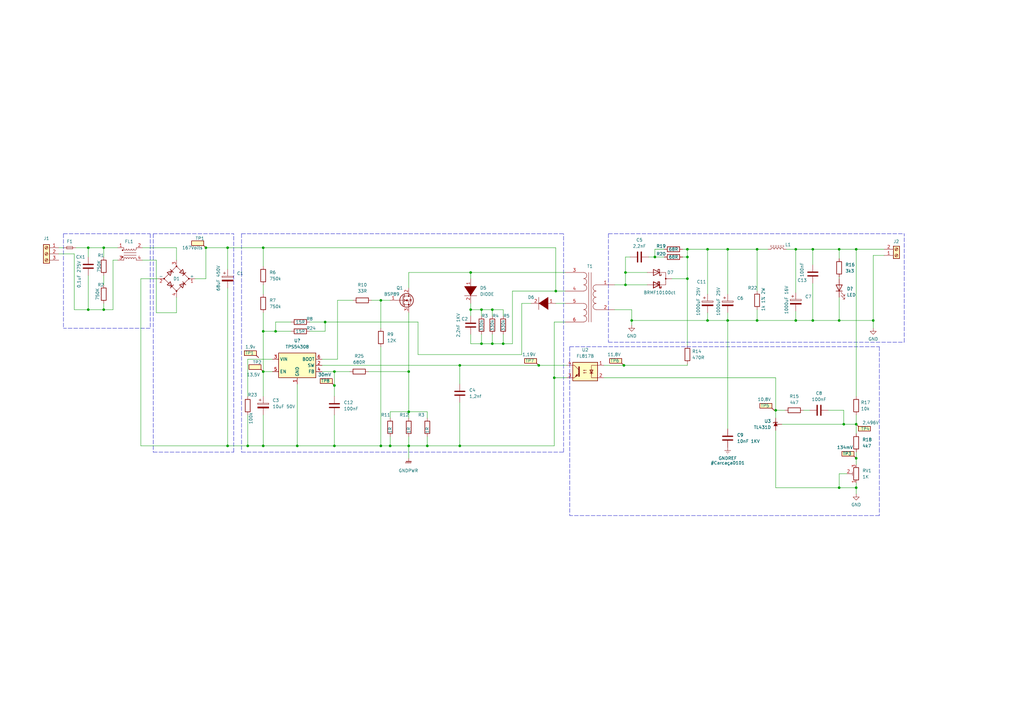
<source format=kicad_sch>
(kicad_sch (version 20211123) (generator eeschema)
  (paper "A3")
  (lib_symbols
    (symbol "Connector:Screw_Terminal_01x02" (pin_names (offset 1.016) hide)
      (property "Reference" "J" (at 0 2.54 0))
      (property "Value" "Screw_Terminal_01x02" (at 0 -5.08 0))
      (symbol "Screw_Terminal_01x02_1_1"
        (rectangle (start -1.27 1.27) (end 1.27 -3.81) (stroke (width 0.254)) (fill (type background)))
        (circle (center 0 -2.54) (radius 0.635) (stroke (width 0.1524)))
        (polyline (pts (xy -0.5334 -2.2098) (xy 0.3302 -3.048)) (stroke (width 0.1524)))
        (polyline (pts (xy -0.5334 0.3302) (xy 0.3302 -0.508)) (stroke (width 0.1524)))
        (polyline (pts (xy -0.3556 -2.032) (xy 0.508 -2.8702)) (stroke (width 0.1524)))
        (polyline (pts (xy -0.3556 0.508) (xy 0.508 -0.3302)) (stroke (width 0.1524)))
        (circle (center 0 0) (radius 0.635) (stroke (width 0.1524)))
        (pin passive line (at -5.08 0 0) (length 3.81) (name "Pin_1") (number "1"))
        (pin passive line (at -5.08 -2.54 0) (length 3.81) (name "Pin_2") (number "2"))
      )
    )
    (symbol "Connector:Screw_Terminal_01x03" (pin_names (offset 1.016) hide)
      (property "Reference" "J" (at 0 5.08 0))
      (property "Value" "Screw_Terminal_01x03" (at 0 -5.08 0))
      (symbol "Screw_Terminal_01x03_1_1"
        (rectangle (start -1.27 3.81) (end 1.27 -3.81) (stroke (width 0.254)) (fill (type background)))
        (circle (center 0 -2.54) (radius 0.635) (stroke (width 0.1524)))
        (polyline (pts (xy -0.5334 -2.2098) (xy 0.3302 -3.048)) (stroke (width 0.1524)))
        (polyline (pts (xy -0.5334 0.3302) (xy 0.3302 -0.508)) (stroke (width 0.1524)))
        (polyline (pts (xy -0.5334 2.8702) (xy 0.3302 2.032)) (stroke (width 0.1524)))
        (polyline (pts (xy -0.3556 -2.032) (xy 0.508 -2.8702)) (stroke (width 0.1524)))
        (polyline (pts (xy -0.3556 0.508) (xy 0.508 -0.3302)) (stroke (width 0.1524)))
        (polyline (pts (xy -0.3556 3.048) (xy 0.508 2.2098)) (stroke (width 0.1524)))
        (circle (center 0 0) (radius 0.635) (stroke (width 0.1524)))
        (circle (center 0 2.54) (radius 0.635) (stroke (width 0.1524)))
        (pin passive line (at -5.08 2.54 0) (length 3.81) (name "Pin_1") (number "1"))
        (pin passive line (at -5.08 0 0) (length 3.81) (name "Pin_2") (number "2"))
        (pin passive line (at -5.08 -2.54 0) (length 3.81) (name "Pin_3") (number "3"))
      )
    )
    (symbol "Connector:TestPoint_Flag" (pin_numbers hide) (pin_names (offset 0.762) hide)
      (property "Reference" "TP" (at 3.429 1.778 0))
      (property "Value" "TestPoint_Flag" (at 3.302 4.191 0))
      (symbol "TestPoint_Flag_0_1"
        (polyline (pts (xy 0 0) (xy 0.889 0.889)) (stroke (width 0.254)))
        (rectangle (start 0.889 2.794) (end 5.842 0.889) (stroke (width 0.254)) (fill (type background)))
      )
      (symbol "TestPoint_Flag_1_1"
        (pin passive line (at 0 0 90) (length 0) (name "1") (number "1"))
      )
    )
    (symbol "Device:C" (pin_numbers hide) (pin_names (offset 0.254))
      (property "Reference" "C" (at 0.635 2.54 0))
      (property "Value" "C" (at 0.635 -2.54 0))
      (symbol "C_0_1"
        (polyline (pts (xy -2.032 -0.762) (xy 2.032 -0.762)) (stroke (width 0.508)))
        (polyline (pts (xy -2.032 0.762) (xy 2.032 0.762)) (stroke (width 0.508)))
      )
      (symbol "C_1_1"
        (pin passive line (at 0 3.81 270) (length 2.794) (name "~") (number "1"))
        (pin passive line (at 0 -3.81 90) (length 2.794) (name "~") (number "2"))
      )
    )
    (symbol "Device:C_Polarized" (pin_numbers hide) (pin_names (offset 0.254))
      (property "Reference" "C" (at 0.635 2.54 0))
      (property "Value" "C_Polarized" (at 0.635 -2.54 0))
      (symbol "C_Polarized_0_1"
        (rectangle (start -2.286 0.508) (end 2.286 1.016))
        (polyline (pts (xy -1.778 2.286) (xy -0.762 2.286)))
        (polyline (pts (xy -1.27 2.794) (xy -1.27 1.778)))
        (rectangle (start 2.286 -0.508) (end -2.286 -1.016) (fill (type outline)))
      )
      (symbol "C_Polarized_1_1"
        (pin passive line (at 0 3.81 270) (length 2.794) (name "~") (number "1"))
        (pin passive line (at 0 -3.81 90) (length 2.794) (name "~") (number "2"))
      )
    )
    (symbol "Device:D_Bridge_+-AA" (pin_names (offset 0))
      (property "Reference" "D" (at 2.54 6.985 0))
      (property "Value" "D_Bridge_+-AA" (at 2.54 5.08 0))
      (symbol "D_Bridge_+-AA_0_1"
        (circle (center -5.08 0) (radius 0.254) (fill (type outline)))
        (circle (center 0 -5.08) (radius 0.254) (fill (type outline)))
        (polyline (pts (xy -2.54 3.81) (xy -1.27 2.54)) (stroke (width 0.254)))
        (polyline (pts (xy -1.27 -2.54) (xy -2.54 -3.81)) (stroke (width 0.254)))
        (polyline (pts (xy 2.54 -1.27) (xy 3.81 -2.54)) (stroke (width 0.254)))
        (polyline (pts (xy 2.54 1.27) (xy 3.81 2.54)) (stroke (width 0.254)))
        (polyline (pts (xy -3.81 2.54) (xy -2.54 1.27) (xy -1.905 3.175) (xy -3.81 2.54)) (stroke (width 0.254)))
        (polyline (pts (xy -2.54 -1.27) (xy -3.81 -2.54) (xy -1.905 -3.175) (xy -2.54 -1.27)) (stroke (width 0.254)))
        (polyline (pts (xy 1.27 2.54) (xy 2.54 3.81) (xy 3.175 1.905) (xy 1.27 2.54)) (stroke (width 0.254)))
        (polyline (pts (xy 3.175 -1.905) (xy 1.27 -2.54) (xy 2.54 -3.81) (xy 3.175 -1.905)) (stroke (width 0.254)))
        (polyline (pts (xy -5.08 0) (xy 0 -5.08) (xy 5.08 0) (xy 0 5.08) (xy -5.08 0)))
        (circle (center 0 5.08) (radius 0.254) (fill (type outline)))
        (circle (center 5.08 0) (radius 0.254) (fill (type outline)))
      )
      (symbol "D_Bridge_+-AA_1_1"
        (pin passive line (at 7.62 0 180) (length 2.54) (name "+") (number "1"))
        (pin passive line (at -7.62 0 0) (length 2.54) (name "-") (number "2"))
        (pin passive line (at 0 7.62 270) (length 2.54) (name "~") (number "3"))
        (pin passive line (at 0 -7.62 90) (length 2.54) (name "~") (number "4"))
      )
    )
    (symbol "Device:Fuse_Small" (pin_numbers hide) (pin_names (offset 0.254) hide)
      (property "Reference" "F" (at 0 -1.524 0))
      (property "Value" "Fuse_Small" (at 0 1.524 0))
      (symbol "Fuse_Small_0_1"
        (rectangle (start -1.27 0.508) (end 1.27 -0.508))
        (polyline (pts (xy -1.27 0) (xy 1.27 0)))
      )
      (symbol "Fuse_Small_1_1"
        (pin passive line (at -2.54 0 0) (length 1.27) (name "~") (number "1"))
        (pin passive line (at 2.54 0 180) (length 1.27) (name "~") (number "2"))
      )
    )
    (symbol "Device:LED" (pin_numbers hide) (pin_names (offset 1.016) hide)
      (property "Reference" "D" (at 0 2.54 0))
      (property "Value" "LED" (at 0 -2.54 0))
      (symbol "LED_0_1"
        (polyline (pts (xy -1.27 -1.27) (xy -1.27 1.27)) (stroke (width 0.254)))
        (polyline (pts (xy -1.27 0) (xy 1.27 0)))
        (polyline (pts (xy 1.27 -1.27) (xy 1.27 1.27) (xy -1.27 0) (xy 1.27 -1.27)) (stroke (width 0.254)))
        (polyline (pts (xy -3.048 -0.762) (xy -4.572 -2.286) (xy -3.81 -2.286) (xy -4.572 -2.286) (xy -4.572 -1.524)))
        (polyline (pts (xy -1.778 -0.762) (xy -3.302 -2.286) (xy -2.54 -2.286) (xy -3.302 -2.286) (xy -3.302 -1.524)))
      )
      (symbol "LED_1_1"
        (pin passive line (at -3.81 0 0) (length 2.54) (name "K") (number "1"))
        (pin passive line (at 3.81 0 180) (length 2.54) (name "A") (number "2"))
      )
    )
    (symbol "Device:L_Ferrite" (pin_numbers hide) (pin_names (offset 1.016) hide)
      (property "Reference" "L" (at -1.27 0 90))
      (property "Value" "L_Ferrite" (at 2.794 0 90))
      (symbol "L_Ferrite_0_1"
        (arc (start 0 -2.54) (mid 0.635 -1.905) (end 0 -1.27))
        (arc (start 0 -1.27) (mid 0.635 -0.635) (end 0 0))
        (polyline (pts (xy 1.016 -2.794) (xy 1.016 -2.286)))
        (polyline (pts (xy 1.016 -1.778) (xy 1.016 -1.27)))
        (polyline (pts (xy 1.016 -0.762) (xy 1.016 -0.254)))
        (polyline (pts (xy 1.016 0.254) (xy 1.016 0.762)))
        (polyline (pts (xy 1.016 1.27) (xy 1.016 1.778)))
        (polyline (pts (xy 1.016 2.286) (xy 1.016 2.794)))
        (polyline (pts (xy 1.524 -2.286) (xy 1.524 -2.794)))
        (polyline (pts (xy 1.524 -1.27) (xy 1.524 -1.778)))
        (polyline (pts (xy 1.524 -0.254) (xy 1.524 -0.762)))
        (polyline (pts (xy 1.524 0.762) (xy 1.524 0.254)))
        (polyline (pts (xy 1.524 1.778) (xy 1.524 1.27)))
        (polyline (pts (xy 1.524 2.794) (xy 1.524 2.286)))
        (arc (start 0 0) (mid 0.635 0.635) (end 0 1.27))
        (arc (start 0 1.27) (mid 0.635 1.905) (end 0 2.54))
      )
      (symbol "L_Ferrite_1_1"
        (pin passive line (at 0 3.81 270) (length 1.27) (name "1") (number "1"))
        (pin passive line (at 0 -3.81 90) (length 1.27) (name "2") (number "2"))
      )
    )
    (symbol "Device:R" (pin_numbers hide) (pin_names (offset 0))
      (property "Reference" "R" (at 2.032 0 90))
      (property "Value" "R" (at 0 0 90))
      (symbol "R_0_1"
        (rectangle (start -1.016 -2.54) (end 1.016 2.54) (stroke (width 0.254)))
      )
      (symbol "R_1_1"
        (pin passive line (at 0 3.81 270) (length 1.27) (name "~") (number "1"))
        (pin passive line (at 0 -3.81 90) (length 1.27) (name "~") (number "2"))
      )
    )
    (symbol "Device:R_Potentiometer_Trim" (pin_names (offset 1.016) hide)
      (property "Reference" "RV" (at -4.445 0 90))
      (property "Value" "R_Potentiometer_Trim" (at -2.54 0 90))
      (symbol "R_Potentiometer_Trim_0_1"
        (polyline (pts (xy 1.524 0.762) (xy 1.524 -0.762)))
        (polyline (pts (xy 2.54 0) (xy 1.524 0)))
        (rectangle (start 1.016 2.54) (end -1.016 -2.54) (stroke (width 0.254)))
      )
      (symbol "R_Potentiometer_Trim_1_1"
        (pin passive line (at 0 3.81 270) (length 1.27) (name "1") (number "1"))
        (pin passive line (at 3.81 0 180) (length 1.27) (name "2") (number "2"))
        (pin passive line (at 0 -3.81 90) (length 1.27) (name "3") (number "3"))
      )
    )
    (symbol "Device:Transformer_1P_2S" (pin_names (offset 1.016) hide)
      (property "Reference" "T" (at 0 12.7 0))
      (property "Value" "Transformer_1P_2S" (at 0 -12.7 0))
      (symbol "Transformer_1P_2S_0_1"
        (arc (start -2.54 -5.0546) (mid -1.6561 -4.6863) (end -1.27 -3.81))
        (arc (start -2.54 -2.5146) (mid -1.6561 -2.1463) (end -1.27 -1.27))
        (arc (start -2.54 0.0254) (mid -1.6561 0.3937) (end -1.27 1.27))
        (arc (start -2.54 2.5654) (mid -1.6561 2.9337) (end -1.27 3.81))
        (arc (start -1.27 -3.81) (mid -1.642 -2.912) (end -2.54 -2.54))
        (arc (start -1.27 -1.27) (mid -1.642 -0.372) (end -2.54 0))
        (arc (start -1.27 1.27) (mid -1.642 2.168) (end -2.54 2.54))
        (arc (start -1.27 3.81) (mid -1.642 4.708) (end -2.54 5.08))
        (polyline (pts (xy -0.508 -10.16) (xy -0.508 10.16)))
        (polyline (pts (xy 0.508 10.16) (xy 0.508 -10.16)))
        (arc (start 1.2954 -8.89) (mid 1.6599 -9.7701) (end 2.54 -10.1346))
        (arc (start 1.2954 -6.35) (mid 1.6599 -7.2301) (end 2.54 -7.5946))
        (arc (start 1.2954 -3.81) (mid 1.6599 -4.6901) (end 2.54 -5.0546))
        (arc (start 1.2954 3.81) (mid 1.6599 2.9299) (end 2.54 2.5654))
        (arc (start 1.2954 6.35) (mid 1.6599 5.4699) (end 2.54 5.1054))
        (arc (start 1.2954 8.89) (mid 1.6599 8.0099) (end 2.54 7.6454))
        (arc (start 2.54 -7.62) (mid 1.6456 -7.9883) (end 1.2954 -8.89))
        (arc (start 2.54 -5.08) (mid 1.6456 -5.4483) (end 1.2954 -6.35))
        (arc (start 2.54 -2.54) (mid 1.6456 -2.9083) (end 1.2954 -3.81))
        (arc (start 2.54 5.08) (mid 1.6456 4.7117) (end 1.2954 3.81))
        (arc (start 2.54 7.62) (mid 1.6456 7.2517) (end 1.2954 6.35))
        (arc (start 2.54 10.16) (mid 1.6456 9.7917) (end 1.2954 8.89))
      )
      (symbol "Transformer_1P_2S_1_1"
        (pin passive line (at -10.16 5.08 0) (length 7.62) (name "AA") (number "1"))
        (pin passive line (at -10.16 -5.08 0) (length 7.62) (name "AB") (number "2"))
        (pin passive line (at 10.16 10.16 180) (length 7.62) (name "SA") (number "3"))
        (pin passive line (at 10.16 2.54 180) (length 7.62) (name "SB") (number "4"))
        (pin passive line (at 10.16 -2.54 180) (length 7.62) (name "SC") (number "5"))
        (pin passive line (at 10.16 -10.16 180) (length 7.62) (name "SD") (number "6"))
      )
    )
    (symbol "Diode:C4D10120D" (pin_numbers hide) (pin_names (offset 1.016) hide)
      (property "Reference" "D" (at 0 5.08 0))
      (property "Value" "C4D10120D" (at 0 -5.08 0))
      (symbol "C4D10120D_0_1"
        (polyline (pts (xy -2.54 -2.54) (xy 0 -2.54)))
        (polyline (pts (xy -2.54 -2.54) (xy 0 -2.54)))
        (polyline (pts (xy -2.54 2.54) (xy 0 2.54)))
        (polyline (pts (xy -2.54 -3.81) (xy -2.54 -1.27) (xy 0 -2.54) (xy -2.54 -3.81)) (stroke (width 0.254)))
        (polyline (pts (xy -2.54 -3.81) (xy -2.54 -1.27) (xy 0 -2.54) (xy -2.54 -3.81)) (stroke (width 0.254)))
        (polyline (pts (xy -2.54 1.27) (xy -2.54 3.81) (xy 0 2.54) (xy -2.54 1.27)) (stroke (width 0.254)))
        (polyline (pts (xy 0 2.54) (xy 2.54 2.54) (xy 2.54 -2.54) (xy 0 -2.54)))
        (polyline (pts (xy 0.635 -3.175) (xy 0.635 -3.81) (xy 0 -3.81) (xy 0 -1.27) (xy -0.635 -1.27) (xy -0.635 -1.905)) (stroke (width 0.254)))
        (polyline (pts (xy 0.635 -3.175) (xy 0.635 -3.81) (xy 0 -3.81) (xy 0 -1.27) (xy -0.635 -1.27) (xy -0.635 -1.905)) (stroke (width 0.254)))
        (polyline (pts (xy 0.635 1.905) (xy 0.635 1.27) (xy 0 1.27) (xy 0 3.81) (xy -0.635 3.81) (xy -0.635 3.175)) (stroke (width 0.254)))
        (circle (center 2.54 0) (radius 0.254) (fill (type outline)))
      )
      (symbol "C4D10120D_1_1"
        (pin passive line (at -5.08 2.54 0) (length 2.54) (name "A1") (number "1"))
        (pin passive line (at 5.08 0 180) (length 2.54) (name "K") (number "2"))
        (pin passive line (at -5.08 -2.54 0) (length 2.54) (name "A2") (number "3"))
      )
    )
    (symbol "Filter:Choke_Schaffner_RN102-0.6-02-4M4" (pin_names hide)
      (property "Reference" "FL" (at 0 5.08 0))
      (property "Value" "Choke_Schaffner_RN102-0.6-02-4M4" (at 0 -5.08 0))
      (symbol "Choke_Schaffner_RN102-0.6-02-4M4_1_1"
        (circle (center -3.048 -1.27) (radius 0.254) (fill (type outline)))
        (circle (center -3.048 1.524) (radius 0.254) (fill (type outline)))
        (arc (start -2.54 2.032) (mid -2.032 1.524) (end -1.524 2.032))
        (arc (start -1.524 -2.032) (mid -2.032 -1.524) (end -2.54 -2.032))
        (arc (start -1.524 2.032) (mid -1.016 1.524) (end -0.508 2.032))
        (arc (start -0.508 -2.032) (mid -1.016 -1.524) (end -1.524 -2.032))
        (arc (start -0.508 2.032) (mid 0 1.524) (end 0.508 2.032))
        (polyline (pts (xy -2.54 -2.032) (xy -2.54 -2.54)))
        (polyline (pts (xy -2.54 0.508) (xy 2.54 0.508)))
        (polyline (pts (xy -2.54 2.032) (xy -2.54 2.54)))
        (polyline (pts (xy 2.54 -2.032) (xy 2.54 -2.54)))
        (polyline (pts (xy 2.54 -0.508) (xy -2.54 -0.508)))
        (polyline (pts (xy 2.54 2.54) (xy 2.54 2.032)))
        (arc (start 0.508 -2.032) (mid 0 -1.524) (end -0.508 -2.032))
        (arc (start 0.508 2.032) (mid 1.016 1.524) (end 1.524 2.032))
        (arc (start 1.524 -2.032) (mid 1.016 -1.524) (end 0.508 -2.032))
        (arc (start 1.524 2.032) (mid 2.032 1.524) (end 2.54 2.032))
        (arc (start 2.54 -2.032) (mid 2.032 -1.524) (end 1.524 -2.032))
        (pin passive line (at -5.08 2.54 0) (length 2.54) (name "1") (number "1"))
        (pin passive line (at 5.08 2.54 180) (length 2.54) (name "2") (number "2"))
        (pin passive line (at -5.08 -2.54 0) (length 2.54) (name "3") (number "3"))
        (pin passive line (at 5.08 -2.54 180) (length 2.54) (name "4") (number "4"))
      )
    )
    (symbol "Isolator:SFH617A-1X001" (pin_names (offset 1.016))
      (property "Reference" "U" (at -5.08 5.08 0))
      (property "Value" "SFH617A-1X001" (at 0 5.08 0))
      (symbol "SFH617A-1X001_0_1"
        (rectangle (start -5.08 3.81) (end 5.08 -3.81) (stroke (width 0.254)) (fill (type background)))
        (polyline (pts (xy -3.175 -0.635) (xy -1.905 -0.635)) (stroke (width 0.254)))
        (polyline (pts (xy 2.54 0.635) (xy 4.445 2.54)))
        (polyline (pts (xy 4.445 -2.54) (xy 2.54 -0.635)) (fill (type outline)))
        (polyline (pts (xy 4.445 -2.54) (xy 5.08 -2.54)))
        (polyline (pts (xy 4.445 2.54) (xy 5.08 2.54)))
        (polyline (pts (xy -2.54 -0.635) (xy -2.54 -2.54) (xy -5.08 -2.54)))
        (polyline (pts (xy 2.54 1.905) (xy 2.54 -1.905) (xy 2.54 -1.905)) (stroke (width 0.508)))
        (polyline (pts (xy -5.08 2.54) (xy -2.54 2.54) (xy -2.54 -1.27) (xy -2.54 0.635)))
        (polyline (pts (xy -2.54 -0.635) (xy -3.175 0.635) (xy -1.905 0.635) (xy -2.54 -0.635)) (stroke (width 0.254)))
        (polyline (pts (xy -0.508 -0.508) (xy 0.762 -0.508) (xy 0.381 -0.635) (xy 0.381 -0.381) (xy 0.762 -0.508)))
        (polyline (pts (xy -0.508 0.508) (xy 0.762 0.508) (xy 0.381 0.381) (xy 0.381 0.635) (xy 0.762 0.508)))
        (polyline (pts (xy 3.048 -1.651) (xy 3.556 -1.143) (xy 4.064 -2.159) (xy 3.048 -1.651) (xy 3.048 -1.651)) (fill (type outline)))
      )
      (symbol "SFH617A-1X001_1_1"
        (pin passive line (at -7.62 2.54 0) (length 2.54) (name "~") (number "1"))
        (pin passive line (at -7.62 -2.54 0) (length 2.54) (name "~") (number "2"))
        (pin passive line (at 7.62 -2.54 180) (length 2.54) (name "~") (number "3"))
        (pin passive line (at 7.62 2.54 180) (length 2.54) (name "~") (number "4"))
      )
    )
    (symbol "Reference_Voltage:TL431D" (pin_numbers hide) (pin_names hide)
      (property "Reference" "U" (at 0 -2.54 0))
      (property "Value" "TL431D" (at 0 -4.445 0))
      (symbol "TL431D_0_1"
        (polyline (pts (xy -1.27 0) (xy 0 0) (xy 1.27 0)))
        (polyline (pts (xy -0.762 0.762) (xy 0.762 0) (xy -0.762 -0.762)) (fill (type outline)))
        (polyline (pts (xy 0.508 -1.016) (xy 0.762 -0.762) (xy 0.762 0.762) (xy 0.762 0.762)) (stroke (width 0.254)))
      )
      (symbol "TL431D_1_1"
        (polyline (pts (xy 0 1.27) (xy 0 0)))
        (pin passive line (at 2.54 0 180) (length 2.54) (name "K") (number "1"))
        (pin passive line (at -2.54 0 0) (length 2.54) (name "A") (number "2"))
        (pin passive line (at -2.54 0 0) (length 2.54) hide (name "A") (number "3"))
        (pin passive line (at -2.54 0 0) (length 2.54) hide (name "A") (number "6"))
        (pin passive line (at -2.54 0 0) (length 2.54) hide (name "A") (number "7"))
        (pin passive line (at 0 2.54 270) (length 2.54) (name "REF") (number "8"))
      )
    )
    (symbol "Regulator_Switching:TPS54308"
      (property "Reference" "U" (at -7.62 6.35 0))
      (property "Value" "TPS54308" (at 0 6.35 0))
      (symbol "TPS54308_0_1"
        (rectangle (start -7.62 5.08) (end 7.62 -5.08) (stroke (width 0.254)) (fill (type background)))
      )
      (symbol "TPS54308_1_1"
        (pin power_in line (at 0 -7.62 90) (length 2.54) (name "GND") (number "1"))
        (pin power_out line (at 10.16 0 180) (length 2.54) (name "SW") (number "2"))
        (pin power_in line (at -10.16 2.54 0) (length 2.54) (name "VIN") (number "3"))
        (pin input line (at 10.16 -2.54 180) (length 2.54) (name "FB") (number "4"))
        (pin input line (at -10.16 -2.54 0) (length 2.54) (name "EN") (number "5"))
        (pin passive line (at 10.16 2.54 180) (length 2.54) (name "BOOT") (number "6"))
      )
    )
    (symbol "Transistor_FET:BSP89" (pin_names hide)
      (property "Reference" "Q" (at 5.08 1.905 0))
      (property "Value" "BSP89" (at 5.08 0 0))
      (symbol "BSP89_0_1"
        (polyline (pts (xy 0.254 0) (xy -2.54 0)))
        (polyline (pts (xy 0.254 1.905) (xy 0.254 -1.905)) (stroke (width 0.254)))
        (polyline (pts (xy 0.762 -1.27) (xy 0.762 -2.286)) (stroke (width 0.254)))
        (polyline (pts (xy 0.762 0.508) (xy 0.762 -0.508)) (stroke (width 0.254)))
        (polyline (pts (xy 0.762 2.286) (xy 0.762 1.27)) (stroke (width 0.254)))
        (polyline (pts (xy 2.54 2.54) (xy 2.54 1.778)))
        (polyline (pts (xy 2.54 -2.54) (xy 2.54 0) (xy 0.762 0)))
        (polyline (pts (xy 0.762 -1.778) (xy 3.302 -1.778) (xy 3.302 1.778) (xy 0.762 1.778)))
        (polyline (pts (xy 1.016 0) (xy 2.032 0.381) (xy 2.032 -0.381) (xy 1.016 0)) (fill (type outline)))
        (polyline (pts (xy 2.794 0.508) (xy 2.921 0.381) (xy 3.683 0.381) (xy 3.81 0.254)))
        (polyline (pts (xy 3.302 0.381) (xy 2.921 -0.254) (xy 3.683 -0.254) (xy 3.302 0.381)))
        (circle (center 1.651 0) (radius 2.794) (stroke (width 0.254)))
        (circle (center 2.54 -1.778) (radius 0.254) (fill (type outline)))
        (circle (center 2.54 1.778) (radius 0.254) (fill (type outline)))
      )
      (symbol "BSP89_1_1"
        (pin input line (at -5.08 0 0) (length 2.54) (name "G") (number "1"))
        (pin passive line (at 2.54 5.08 270) (length 2.54) (name "D") (number "2"))
        (pin passive line (at 2.54 -5.08 90) (length 2.54) (name "S") (number "3"))
      )
    )
    (symbol "power:GND" (power) (pin_names (offset 0))
      (property "Value" "GND" (at 0 -3.81 0))
      (symbol "GND_0_1"
        (polyline (pts (xy 0 0) (xy 0 -1.27) (xy 1.27 -1.27) (xy 0 -2.54) (xy -1.27 -1.27) (xy 0 -1.27)))
      )
      (symbol "GND_1_1"
        (pin power_in line (at 0 0 270) (length 0) hide (name "GND") (number "1"))
      )
    )
    (symbol "power:GNDPWR" (power) (pin_names (offset 0))
      (property "Value" "GNDPWR" (at 0 -3.302 0))
      (symbol "GNDPWR_0_1"
        (polyline (pts (xy 0 -1.27) (xy 0 0)))
        (polyline (pts (xy -1.016 -1.27) (xy -1.27 -2.032) (xy -1.27 -2.032)) (stroke (width 0.2032)))
        (polyline (pts (xy -0.508 -1.27) (xy -0.762 -2.032) (xy -0.762 -2.032)) (stroke (width 0.2032)))
        (polyline (pts (xy 0 -1.27) (xy -0.254 -2.032) (xy -0.254 -2.032)) (stroke (width 0.2032)))
        (polyline (pts (xy 0.508 -1.27) (xy 0.254 -2.032) (xy 0.254 -2.032)) (stroke (width 0.2032)))
        (polyline (pts (xy 1.016 -1.27) (xy -1.016 -1.27) (xy -1.016 -1.27)) (stroke (width 0.2032)))
        (polyline (pts (xy 1.016 -1.27) (xy 0.762 -2.032) (xy 0.762 -2.032) (xy 0.762 -2.032)) (stroke (width 0.2032)))
      )
      (symbol "GNDPWR_1_1"
        (pin power_in line (at 0 0 270) (length 0) hide (name "GNDPWR") (number "1"))
      )
    )
    (symbol "power:GNDREF" (power) (pin_names (offset 0))
      (property "Value" "GNDREF" (at 0 -3.81 0))
      (symbol "GNDREF_0_1"
        (polyline (pts (xy -0.635 -1.905) (xy 0.635 -1.905)))
        (polyline (pts (xy -0.127 -2.54) (xy 0.127 -2.54)))
        (polyline (pts (xy 0 -1.27) (xy 0 0)))
        (polyline (pts (xy 1.27 -1.27) (xy -1.27 -1.27)))
      )
      (symbol "GNDREF_1_1"
        (pin power_in line (at 0 0 270) (length 0) hide (name "GNDREF") (number "1"))
      )
    )
    (symbol "pspice:DIODE" (pin_names (offset 1.016) hide)
      (property "Reference" "D" (at 0 3.81 0))
      (property "Value" "DIODE" (at 0 -4.445 0))
      (symbol "DIODE_0_1"
        (polyline (pts (xy 1.905 2.54) (xy 1.905 -2.54)))
        (polyline (pts (xy -1.905 2.54) (xy -1.905 -2.54) (xy 1.905 0)) (fill (type outline)))
      )
      (symbol "DIODE_1_1"
        (pin input line (at -5.08 0 0) (length 3.81) (name "K") (number "1"))
        (pin input line (at 5.08 0 180) (length 3.81) (name "A") (number "2"))
      )
    )
  )
  (junction (at 193.04 111.76))
  (junction (at 101.6 182.88))
  (junction (at 344.17 131.445))
  (junction (at 333.375 102.235))
  (junction (at 351.155 187.96))
  (junction (at 256.54 116.84))
  (junction (at 256.54 111.76))
  (junction (at 351.155 200.025))
  (junction (at 268.605 105.41))
  (junction (at 156.21 182.88))
  (junction (at 137.16 182.88))
  (junction (at 133.35 132.08))
  (junction (at 281.94 102.235))
  (junction (at 201.93 140.97))
  (junction (at 160.02 182.88))
  (junction (at 107.95 152.4))
  (junction (at 107.95 135.89))
  (junction (at 281.94 105.41))
  (junction (at 36.195 127))
  (junction (at 188.595 182.88))
  (junction (at 227.965 119.38))
  (junction (at 167.64 182.88))
  (junction (at 326.39 131.445))
  (junction (at 326.39 102.235))
  (junction (at 346.075 173.99))
  (junction (at 137.16 152.4))
  (junction (at 290.195 131.445))
  (junction (at 137.16 158.115))
  (junction (at 310.515 131.445))
  (junction (at 167.64 152.4))
  (junction (at 358.14 131.445))
  (junction (at 188.595 149.86))
  (junction (at 113.03 135.89))
  (junction (at 281.94 114.3))
  (junction (at 201.93 127))
  (junction (at 259.08 131.445))
  (junction (at 175.26 182.88))
  (junction (at 227.33 154.94))
  (junction (at 351.155 102.235))
  (junction (at 220.98 149.86))
  (junction (at 333.375 131.445))
  (junction (at 36.195 101.6))
  (junction (at 298.45 102.235))
  (junction (at 290.195 102.235))
  (junction (at 193.04 127))
  (junction (at 197.485 127))
  (junction (at 197.485 140.97))
  (junction (at 255.905 149.86))
  (junction (at 310.515 102.235))
  (junction (at 93.345 182.88))
  (junction (at 156.21 123.19))
  (junction (at 344.17 200.025))
  (junction (at 318.135 168.275))
  (junction (at 344.17 102.235))
  (junction (at 298.45 131.445))
  (junction (at 121.92 182.88))
  (junction (at 42.545 101.6))
  (junction (at 107.95 182.88))
  (junction (at 167.64 168.91))
  (junction (at 206.375 140.97))
  (junction (at 84.455 101.6))
  (junction (at 351.155 173.99))
  (junction (at 42.545 127))
  (junction (at 93.345 101.6))
  (junction (at 107.95 101.6))
  (wire (pts (xy 121.92 157.48) (xy 121.92 182.88)))
  (wire (pts (xy 281.94 102.235) (xy 281.94 105.41)))
  (wire (pts (xy 197.485 127) (xy 197.485 129.54)))
  (wire (pts (xy 344.17 102.235) (xy 344.17 106.045)))
  (polyline (pts (xy 26.035 95.885) (xy 26.035 134.62)))
  (wire (pts (xy 322.58 102.235) (xy 326.39 102.235)))
  (wire (pts (xy 281.94 114.3) (xy 281.94 105.41)))
  (wire (pts (xy 256.54 105.41) (xy 256.54 111.76)))
  (wire (pts (xy 167.64 168.91) (xy 167.64 171.45)))
  (wire (pts (xy 188.595 182.88) (xy 227.33 182.88)))
  (wire (pts (xy 351.155 200.025) (xy 351.155 202.565)))
  (wire (pts (xy 227.33 182.88) (xy 227.33 154.94)))
  (wire (pts (xy 358.14 131.445) (xy 358.14 104.775)))
  (wire (pts (xy 326.39 102.235) (xy 326.39 120.015)))
  (polyline (pts (xy 233.68 142.24) (xy 360.68 142.24)))
  (wire (pts (xy 206.375 140.97) (xy 206.375 137.16)))
  (wire (pts (xy 351.155 170.18) (xy 351.155 173.99)))
  (wire (pts (xy 210.185 119.38) (xy 227.965 119.38)))
  (wire (pts (xy 268.605 105.41) (xy 272.415 105.41)))
  (wire (pts (xy 167.64 128.27) (xy 167.64 152.4)))
  (wire (pts (xy 268.605 102.235) (xy 268.605 105.41)))
  (wire (pts (xy 227.33 154.94) (xy 227.33 132.08)))
  (wire (pts (xy 326.39 102.235) (xy 333.375 102.235)))
  (wire (pts (xy 339.725 168.275) (xy 346.075 168.275)))
  (wire (pts (xy 310.515 102.235) (xy 314.96 102.235)))
  (wire (pts (xy 156.21 123.19) (xy 156.21 134.62)))
  (wire (pts (xy 167.64 182.88) (xy 175.26 182.88)))
  (wire (pts (xy 64.135 128.27) (xy 72.39 128.27)))
  (wire (pts (xy 310.515 131.445) (xy 326.39 131.445)))
  (wire (pts (xy 36.195 101.6) (xy 36.195 105.41)))
  (polyline (pts (xy 62.865 95.885) (xy 62.865 185.42)))
  (wire (pts (xy 72.39 128.27) (xy 72.39 121.92)))
  (wire (pts (xy 107.95 182.88) (xy 121.92 182.88)))
  (wire (pts (xy 259.08 131.445) (xy 290.195 131.445)))
  (wire (pts (xy 280.035 102.235) (xy 281.94 102.235)))
  (wire (pts (xy 256.54 116.84) (xy 265.43 116.84)))
  (polyline (pts (xy 61.595 134.62) (xy 26.035 134.62)))
  (wire (pts (xy 137.16 170.18) (xy 137.16 182.88)))
  (wire (pts (xy 175.26 168.91) (xy 167.64 168.91)))
  (wire (pts (xy 333.375 116.205) (xy 333.375 131.445)))
  (wire (pts (xy 138.43 147.32) (xy 138.43 123.19)))
  (wire (pts (xy 197.485 137.16) (xy 197.485 140.97)))
  (wire (pts (xy 175.26 171.45) (xy 175.26 168.91)))
  (wire (pts (xy 119.38 132.08) (xy 113.03 132.08)))
  (wire (pts (xy 107.95 116.84) (xy 107.95 120.65)))
  (wire (pts (xy 351.155 102.235) (xy 351.155 162.56)))
  (wire (pts (xy 160.02 182.88) (xy 167.64 182.88)))
  (wire (pts (xy 333.375 102.235) (xy 333.375 108.585)))
  (wire (pts (xy 36.195 101.6) (xy 42.545 101.6)))
  (polyline (pts (xy 249.555 140.335) (xy 370.84 140.335)))
  (wire (pts (xy 351.155 187.96) (xy 351.155 190.5)))
  (wire (pts (xy 46.355 106.68) (xy 48.26 106.68)))
  (wire (pts (xy 160.02 179.07) (xy 160.02 182.88)))
  (wire (pts (xy 101.6 182.88) (xy 107.95 182.88)))
  (wire (pts (xy 127 132.08) (xy 133.35 132.08)))
  (wire (pts (xy 188.595 149.86) (xy 188.595 157.48)))
  (wire (pts (xy 171.45 132.08) (xy 171.45 145.415)))
  (wire (pts (xy 351.155 102.235) (xy 362.585 102.235)))
  (wire (pts (xy 346.075 168.275) (xy 346.075 173.99)))
  (polyline (pts (xy 62.865 185.42) (xy 95.885 185.42)))
  (wire (pts (xy 24.13 104.14) (xy 30.48 104.14)))
  (wire (pts (xy 206.375 127) (xy 201.93 127)))
  (wire (pts (xy 344.17 194.31) (xy 344.17 200.025)))
  (wire (pts (xy 167.64 182.88) (xy 167.64 187.96)))
  (wire (pts (xy 64.77 114.3) (xy 57.785 114.3)))
  (wire (pts (xy 80.01 114.3) (xy 84.455 114.3)))
  (wire (pts (xy 347.345 194.31) (xy 344.17 194.31)))
  (wire (pts (xy 351.155 185.42) (xy 351.155 187.96)))
  (wire (pts (xy 227.965 119.38) (xy 231.775 119.38)))
  (wire (pts (xy 84.455 114.3) (xy 84.455 101.6)))
  (wire (pts (xy 213.995 145.415) (xy 213.995 124.46)))
  (wire (pts (xy 290.195 131.445) (xy 298.45 131.445)))
  (wire (pts (xy 259.08 127) (xy 259.08 131.445)))
  (wire (pts (xy 201.93 127) (xy 201.93 129.54)))
  (wire (pts (xy 255.905 149.86) (xy 281.94 149.86)))
  (wire (pts (xy 351.155 173.99) (xy 351.155 177.8)))
  (wire (pts (xy 58.42 106.68) (xy 64.135 106.68)))
  (wire (pts (xy 107.95 101.6) (xy 107.95 109.22)))
  (wire (pts (xy 160.02 168.91) (xy 160.02 171.45)))
  (wire (pts (xy 30.48 104.14) (xy 30.48 127)))
  (wire (pts (xy 318.135 200.025) (xy 344.17 200.025)))
  (wire (pts (xy 266.065 105.41) (xy 268.605 105.41)))
  (wire (pts (xy 272.415 102.235) (xy 268.605 102.235)))
  (wire (pts (xy 227.965 101.6) (xy 227.965 119.38)))
  (wire (pts (xy 298.45 131.445) (xy 298.45 175.895)))
  (wire (pts (xy 188.595 182.88) (xy 188.595 165.1)))
  (wire (pts (xy 107.95 135.89) (xy 107.95 152.4)))
  (wire (pts (xy 290.195 128.27) (xy 290.195 131.445)))
  (wire (pts (xy 167.64 152.4) (xy 167.64 168.91)))
  (polyline (pts (xy 231.14 185.42) (xy 231.14 95.885)))
  (wire (pts (xy 344.17 121.92) (xy 344.17 131.445)))
  (wire (pts (xy 201.93 137.16) (xy 201.93 140.97)))
  (wire (pts (xy 197.485 127) (xy 201.93 127)))
  (wire (pts (xy 298.45 131.445) (xy 310.515 131.445)))
  (polyline (pts (xy 249.555 95.885) (xy 370.84 95.885)))
  (wire (pts (xy 193.04 140.97) (xy 197.485 140.97)))
  (wire (pts (xy 171.45 145.415) (xy 213.995 145.415)))
  (wire (pts (xy 175.26 182.88) (xy 188.595 182.88)))
  (polyline (pts (xy 99.06 185.42) (xy 231.14 185.42)))
  (wire (pts (xy 107.95 135.89) (xy 113.03 135.89)))
  (polyline (pts (xy 360.68 142.24) (xy 360.68 211.455)))
  (wire (pts (xy 93.345 101.6) (xy 107.95 101.6)))
  (wire (pts (xy 213.995 124.46) (xy 217.805 124.46)))
  (wire (pts (xy 137.16 152.4) (xy 143.51 152.4)))
  (wire (pts (xy 358.14 104.775) (xy 362.585 104.775)))
  (wire (pts (xy 344.17 113.665) (xy 344.17 114.3)))
  (wire (pts (xy 42.545 127) (xy 42.545 124.46)))
  (wire (pts (xy 93.345 118.11) (xy 93.345 182.88)))
  (polyline (pts (xy 62.865 95.885) (xy 95.885 95.885)))
  (wire (pts (xy 101.6 170.18) (xy 101.6 182.88)))
  (polyline (pts (xy 26.035 95.885) (xy 61.595 95.885)))
  (wire (pts (xy 298.45 128.27) (xy 298.45 131.445)))
  (wire (pts (xy 227.965 124.46) (xy 231.775 124.46)))
  (wire (pts (xy 42.545 101.6) (xy 42.545 105.41)))
  (wire (pts (xy 318.135 168.275) (xy 318.135 171.45)))
  (wire (pts (xy 107.95 101.6) (xy 227.965 101.6)))
  (wire (pts (xy 318.135 176.53) (xy 318.135 200.025)))
  (wire (pts (xy 333.375 131.445) (xy 344.17 131.445)))
  (wire (pts (xy 252.095 127) (xy 259.08 127)))
  (wire (pts (xy 298.45 102.235) (xy 298.45 120.65)))
  (wire (pts (xy 167.64 111.76) (xy 193.04 111.76)))
  (wire (pts (xy 188.595 149.86) (xy 220.98 149.86)))
  (wire (pts (xy 101.6 162.56) (xy 101.6 147.32)))
  (wire (pts (xy 256.54 111.76) (xy 256.54 116.84)))
  (wire (pts (xy 72.39 101.6) (xy 72.39 106.68)))
  (polyline (pts (xy 360.68 211.455) (xy 233.68 211.455)))
  (wire (pts (xy 167.64 179.07) (xy 167.64 182.88)))
  (wire (pts (xy 107.95 170.18) (xy 107.95 182.88)))
  (wire (pts (xy 42.545 101.6) (xy 48.26 101.6)))
  (wire (pts (xy 36.195 113.03) (xy 36.195 127)))
  (wire (pts (xy 175.26 182.88) (xy 175.26 179.07)))
  (wire (pts (xy 227.33 154.94) (xy 232.41 154.94)))
  (wire (pts (xy 133.35 132.08) (xy 171.45 132.08)))
  (wire (pts (xy 30.48 127) (xy 36.195 127)))
  (polyline (pts (xy 99.06 95.885) (xy 99.06 185.42)))
  (wire (pts (xy 193.04 124.46) (xy 193.04 127)))
  (wire (pts (xy 281.94 149.86) (xy 281.94 149.225)))
  (wire (pts (xy 275.59 114.3) (xy 281.94 114.3)))
  (wire (pts (xy 107.95 152.4) (xy 107.95 162.56)))
  (wire (pts (xy 64.135 106.68) (xy 64.135 128.27)))
  (wire (pts (xy 281.94 114.3) (xy 281.94 141.605)))
  (wire (pts (xy 193.04 111.76) (xy 193.04 114.3)))
  (wire (pts (xy 36.195 127) (xy 42.545 127)))
  (wire (pts (xy 358.14 134.62) (xy 358.14 131.445)))
  (wire (pts (xy 206.375 129.54) (xy 206.375 127)))
  (wire (pts (xy 133.35 132.08) (xy 133.35 135.89)))
  (wire (pts (xy 138.43 123.19) (xy 144.78 123.19)))
  (wire (pts (xy 24.13 101.6) (xy 26.035 101.6)))
  (wire (pts (xy 193.04 127) (xy 197.485 127)))
  (wire (pts (xy 58.42 101.6) (xy 72.39 101.6)))
  (wire (pts (xy 151.13 152.4) (xy 167.64 152.4)))
  (wire (pts (xy 121.92 182.88) (xy 137.16 182.88)))
  (wire (pts (xy 220.98 149.86) (xy 232.41 149.86)))
  (wire (pts (xy 152.4 123.19) (xy 156.21 123.19)))
  (wire (pts (xy 310.515 102.235) (xy 310.515 119.38)))
  (wire (pts (xy 31.115 101.6) (xy 36.195 101.6)))
  (wire (pts (xy 137.16 152.4) (xy 137.16 158.115)))
  (wire (pts (xy 344.17 131.445) (xy 358.14 131.445)))
  (wire (pts (xy 259.08 131.445) (xy 259.08 133.35)))
  (wire (pts (xy 197.485 140.97) (xy 201.93 140.97)))
  (wire (pts (xy 344.17 102.235) (xy 351.155 102.235)))
  (wire (pts (xy 247.65 149.86) (xy 255.905 149.86)))
  (wire (pts (xy 127 135.89) (xy 133.35 135.89)))
  (wire (pts (xy 193.04 137.16) (xy 193.04 140.97)))
  (wire (pts (xy 227.33 132.08) (xy 231.775 132.08)))
  (wire (pts (xy 310.515 131.445) (xy 310.515 127)))
  (wire (pts (xy 113.03 135.89) (xy 119.38 135.89)))
  (wire (pts (xy 113.03 132.08) (xy 113.03 135.89)))
  (polyline (pts (xy 233.68 142.24) (xy 233.68 211.455)))
  (wire (pts (xy 132.08 149.86) (xy 188.595 149.86)))
  (wire (pts (xy 111.76 152.4) (xy 107.95 152.4)))
  (wire (pts (xy 156.21 123.19) (xy 160.02 123.19)))
  (wire (pts (xy 321.945 168.275) (xy 318.135 168.275)))
  (wire (pts (xy 57.785 114.3) (xy 57.785 182.88)))
  (wire (pts (xy 333.375 102.235) (xy 344.17 102.235)))
  (wire (pts (xy 167.64 118.11) (xy 167.64 111.76)))
  (polyline (pts (xy 249.555 95.885) (xy 249.555 140.335)))
  (wire (pts (xy 156.21 182.88) (xy 160.02 182.88)))
  (wire (pts (xy 333.375 131.445) (xy 326.39 131.445)))
  (wire (pts (xy 206.375 140.97) (xy 210.185 140.97)))
  (wire (pts (xy 132.08 152.4) (xy 137.16 152.4)))
  (wire (pts (xy 193.04 111.76) (xy 231.775 111.76)))
  (wire (pts (xy 290.195 102.235) (xy 298.45 102.235)))
  (wire (pts (xy 210.185 140.97) (xy 210.185 119.38)))
  (wire (pts (xy 281.94 105.41) (xy 280.035 105.41)))
  (wire (pts (xy 57.785 182.88) (xy 93.345 182.88)))
  (wire (pts (xy 318.135 154.94) (xy 318.135 168.275)))
  (polyline (pts (xy 370.84 140.335) (xy 370.84 95.885)))
  (wire (pts (xy 93.345 101.6) (xy 93.345 110.49)))
  (wire (pts (xy 298.45 102.235) (xy 310.515 102.235)))
  (polyline (pts (xy 99.06 95.885) (xy 231.14 95.885)))
  (wire (pts (xy 42.545 127) (xy 46.355 127)))
  (wire (pts (xy 252.095 116.84) (xy 256.54 116.84)))
  (wire (pts (xy 329.565 168.275) (xy 332.105 168.275)))
  (wire (pts (xy 46.355 127) (xy 46.355 106.68)))
  (wire (pts (xy 351.155 200.025) (xy 351.155 198.12)))
  (wire (pts (xy 42.545 113.03) (xy 42.545 116.84)))
  (wire (pts (xy 137.16 182.88) (xy 156.21 182.88)))
  (wire (pts (xy 281.94 102.235) (xy 290.195 102.235)))
  (wire (pts (xy 344.17 200.025) (xy 351.155 200.025)))
  (wire (pts (xy 137.16 158.115) (xy 137.16 162.56)))
  (wire (pts (xy 132.08 147.32) (xy 138.43 147.32)))
  (wire (pts (xy 160.02 168.91) (xy 167.64 168.91)))
  (wire (pts (xy 258.445 105.41) (xy 256.54 105.41)))
  (polyline (pts (xy 95.885 185.42) (xy 95.885 95.885)))
  (wire (pts (xy 156.21 142.24) (xy 156.21 182.88)))
  (wire (pts (xy 201.93 140.97) (xy 206.375 140.97)))
  (wire (pts (xy 326.39 131.445) (xy 326.39 127.635)))
  (wire (pts (xy 84.455 101.6) (xy 93.345 101.6)))
  (wire (pts (xy 93.345 182.88) (xy 101.6 182.88)))
  (wire (pts (xy 193.04 129.54) (xy 193.04 127)))
  (polyline (pts (xy 61.595 95.885) (xy 61.595 134.62)))
  (wire (pts (xy 320.675 173.99) (xy 346.075 173.99)))
  (wire (pts (xy 256.54 111.76) (xy 265.43 111.76)))
  (wire (pts (xy 107.95 128.27) (xy 107.95 135.89)))
  (wire (pts (xy 247.65 154.94) (xy 318.135 154.94)))
  (wire (pts (xy 290.195 102.235) (xy 290.195 120.65)))
  (wire (pts (xy 101.6 147.32) (xy 111.76 147.32)))
  (wire (pts (xy 346.075 173.99) (xy 351.155 173.99)))
  (symbol (lib_id "Device:R") (at 351.155 166.37 180) (unit 1)
    (property "Reference" "R17" (at 353.06 165.0999 0) (effects (justify right)))
    (property "Value" "10k" (at 353.06 167.6399 0) (effects (justify right)))
  )
  (symbol (lib_id "Device:L_Ferrite") (at 318.77 102.235 90) (unit 1)
    (property "Reference" "L1" (at 323.215 100.33 90))
    (property "Value" "L_Ferrite" (effects hide))
  )
  (symbol (lib_id "Device:R") (at 276.225 102.235 270) (unit 1)
    (property "Reference" "R19" (at 271.145 100.965 90))
    (property "Value" "68R" (at 276.225 102.235 90))
  )
  (symbol (lib_id "Device:R") (at 123.19 135.89 90) (unit 1)
    (property "Reference" "R24" (at 127.635 134.62 90))
    (property "Value" "15R" (at 123.19 135.89 90))
  )
  (symbol (lib_id "Device:R") (at 147.32 152.4 90) (unit 1)
    (property "Reference" "R25" (at 147.32 146.05 90))
    (property "Value" "680R" (at 147.32 148.59 90))
  )
  (symbol (lib_id "Connector:TestPoint_Flag") (at 351.155 187.96 0) (mirror y) (unit 1)
    (property "Reference" "TP3" (at 349.25 186.055 0) (effects (justify left)))
    (property "Value" "134mV" (at 349.885 183.515 0) (effects (justify left)))
  )
  (symbol (lib_id "power:GND") (at 259.08 133.35 0) (unit 1)
    (property "Reference" "#PWR?" (effects hide))
    (property "Value" "GND" (at 259.08 137.795 0))
  )
  (symbol (lib_id "Reference_Voltage:TL431D") (at 318.135 173.99 270) (mirror x) (unit 1)
    (property "Reference" "U3" (at 316.23 172.7199 90) (effects (justify right)))
    (property "Value" "TL431D" (at 316.23 175.2599 90) (effects (justify right)))
    (property "Footprint" "Package_SO:SOIC-8_3.9x4.9mm_P1.27mm" (effects hide))
    (property "Datasheet" "http://www.ti.com/lit/ds/symlink/tl431.pdf" (effects hide))
  )
  (symbol (lib_id "Device:R_Potentiometer_Trim") (at 351.155 194.31 180) (unit 1)
    (property "Reference" "RV1" (at 353.695 193.0399 0) (effects (justify right)))
    (property "Value" "1K" (at 353.695 195.5799 0) (effects (justify right)))
  )
  (symbol (lib_id "Connector:TestPoint_Flag") (at 220.98 149.86 0) (mirror y) (unit 1)
    (property "Reference" "TP7" (at 219.075 147.955 0) (effects (justify left)))
    (property "Value" "1,19V" (at 219.71 145.415 0) (effects (justify left)))
  )
  (symbol (lib_id "Device:R") (at 148.59 123.19 90) (unit 1)
    (property "Reference" "R10" (at 148.59 116.84 90))
    (property "Value" "33R" (at 148.59 119.38 90))
  )
  (symbol (lib_id "Transistor_FET:BSP89") (at 165.1 123.19 0) (unit 1)
    (property "Reference" "Q1" (at 162.56 118.11 0) (effects (justify left)))
    (property "Value" "BSP89" (at 157.48 120.65 0) (effects (justify left)))
    (property "Footprint" "Package_TO_SOT_SMD:SOT-223-3_TabPin2" (effects hide))
    (property "Datasheet" "https://www.infineon.com/dgdl/Infineon-BSP89-DS-v02_02-en.pdf?fileId=db3a30433b47825b013b4b8a07f90d55" (effects hide))
  )
  (symbol (lib_id "Device:LED") (at 344.17 118.11 90) (unit 1)
    (property "Reference" "D?" (at 347.345 118.4274 90) (effects (justify right)))
    (property "Value" "LED" (at 347.345 120.9674 90) (effects (justify right)))
  )
  (symbol (lib_id "Device:C_Polarized") (at 326.39 123.825 0) (unit 1)
    (property "Reference" "C7" (at 330.2 121.6659 0) (effects (justify left)))
    (property "Value" "1000uF 16V" (at 322.58 128.905 90) (effects (justify left)))
  )
  (symbol (lib_id "Device:C") (at 188.595 161.29 0) (unit 1)
    (property "Reference" "C4" (at 192.405 160.0199 0) (effects (justify left)))
    (property "Value" "1,2nf" (at 192.405 162.5599 0) (effects (justify left)))
  )
  (symbol (lib_id "Device:C") (at 36.195 109.22 0) (unit 1)
    (property "Reference" "CX1" (at 31.115 105.41 0) (effects (justify left)))
    (property "Value" "0,1uF 275V" (at 32.385 118.11 90) (effects (justify left)))
  )
  (symbol (lib_id "Device:R") (at 123.19 132.08 90) (unit 1)
    (property "Reference" "R8" (at 127 130.81 90))
    (property "Value" "15R" (at 123.19 132.08 90))
  )
  (symbol (lib_id "Device:R") (at 167.64 175.26 0) (unit 1)
    (property "Reference" "R12" (at 163.83 170.18 0) (effects (justify left)))
    (property "Value" "1R" (at 167.64 177.8 90) (effects (justify left)))
  )
  (symbol (lib_id "Isolator:SFH617A-1X001") (at 240.03 152.4 0) (mirror y) (unit 1)
    (property "Reference" "U2" (at 240.03 143.51 0))
    (property "Value" "FL817B" (at 240.03 146.05 0))
    (property "Footprint" "Package_DIP:DIP-4_W7.62mm" (effects hide))
    (property "Datasheet" "http://www.vishay.com/docs/83740/sfh617a.pdf" (effects hide))
  )
  (symbol (lib_id "Filter:Choke_Schaffner_RN102-0.6-02-4M4") (at 53.34 104.14 0) (unit 1)
    (property "Reference" "FL1" (at 52.959 99.06 0))
    (property "Value" "Choke_Schaffner_RN102-0.6-02-4M4" (effects hide))
    (property "Footprint" "Inductor_THT:Choke_Schaffner_RN102-04-14.0x14.0mm" (effects hide))
    (property "Datasheet" "https://www.schaffner.com/products/download/product/datasheet/rn-series-common-mode-chokes-new/" (effects hide))
  )
  (symbol (lib_id "Connector:TestPoint_Flag") (at 255.905 149.86 0) (mirror y) (unit 1)
    (property "Reference" "TP6" (at 254 147.955 0) (effects (justify left)))
    (property "Value" "11,8V" (at 254.635 145.415 0) (effects (justify left)))
  )
  (symbol (lib_id "Connector:TestPoint_Flag") (at 317.5 168.275 0) (mirror y) (unit 1)
    (property "Reference" "TP5" (at 315.595 166.37 0) (effects (justify left)))
    (property "Value" "10,8V" (at 316.23 163.83 0) (effects (justify left)))
  )
  (symbol (lib_id "Device:C") (at 333.375 112.395 180) (unit 1)
    (property "Reference" "C13" (at 327.025 114.935 0) (effects (justify right)))
    (property "Value" "100nF" (at 328.93 113.665 90) (effects (justify right)))
  )
  (symbol (lib_id "Connector:TestPoint_Flag") (at 106.045 146.685 0) (mirror y) (unit 1)
    (property "Reference" "TP1" (at 104.14 144.78 0) (effects (justify left)))
    (property "Value" "1,9v" (at 104.775 142.24 0) (effects (justify left)))
  )
  (symbol (lib_id "power:GND") (at 351.155 202.565 0) (unit 1)
    (property "Reference" "#PWR0103" (effects hide))
    (property "Value" "GND" (at 351.155 207.01 0))
  )
  (symbol (lib_id "Diode:C4D10120D") (at 270.51 114.3 0) (unit 1)
    (property "Reference" "D7" (at 274.955 111.76 0))
    (property "Value" "BRMF10100ct" (at 270.51 120.015 0))
    (property "Footprint" "Package_TO_SOT_THT:TO-247-3_Vertical" (effects hide))
    (property "Datasheet" "https://www.wolfspeed.com/media/downloads/104/C4D10120D.pdf" (effects hide))
  )
  (symbol (lib_id "Device:C") (at 262.255 105.41 90) (unit 1)
    (property "Reference" "C5" (at 262.255 98.425 90))
    (property "Value" "2,2nF" (at 262.255 100.965 90))
  )
  (symbol (lib_id "Device:R") (at 107.95 113.03 0) (unit 1)
    (property "Reference" "R6" (at 110.49 111.7599 0) (effects (justify left)))
    (property "Value" "750k" (at 110.49 114.2999 0) (effects (justify left)))
  )
  (symbol (lib_id "Device:R") (at 175.26 175.26 0) (unit 1)
    (property "Reference" "R3" (at 171.45 170.18 0) (effects (justify left)))
    (property "Value" "1R" (at 175.26 177.8 90) (effects (justify left)))
  )
  (symbol (lib_id "Device:C_Polarized") (at 298.45 124.46 0) (unit 1)
    (property "Reference" "C6" (at 302.26 122.3009 0) (effects (justify left)))
    (property "Value" "1000uF 25V" (at 294.64 129.54 90) (effects (justify left)))
  )
  (symbol (lib_id "pspice:DIODE") (at 222.885 124.46 180) (unit 1)
    (property "Reference" "D6" (at 217.805 121.92 0))
    (property "Value" "DIODE" (effects hide))
  )
  (symbol (lib_id "Device:R") (at 156.21 138.43 0) (unit 1)
    (property "Reference" "R9" (at 158.75 137.1599 0) (effects (justify left)))
    (property "Value" "12K" (at 158.75 139.6999 0) (effects (justify left)))
  )
  (symbol (lib_id "power:GNDPWR") (at 167.64 187.96 0) (unit 1)
    (property "Reference" "#PWR0104" (effects hide))
    (property "Value" "GNDPWR" (at 167.513 193.04 0))
  )
  (symbol (lib_id "Device:R") (at 197.485 133.35 0) (unit 1)
    (property "Reference" "R3" (at 197.485 129.54 0) (effects (justify left)))
    (property "Value" "330k" (at 197.485 135.89 90) (effects (justify left)))
  )
  (symbol (lib_id "Device:R") (at 42.545 109.22 0) (unit 1)
    (property "Reference" "R1" (at 40.005 104.775 0) (effects (justify left)))
    (property "Value" "750K" (at 40.64 111.76 90) (effects (justify left)))
  )
  (symbol (lib_id "Connector:Screw_Terminal_01x03") (at 19.05 104.14 0) (mirror y) (unit 1)
    (property "Reference" "J1" (at 19.05 97.79 0))
    (property "Value" "Screw_Terminal_01x03" (effects hide))
  )
  (symbol (lib_id "Regulator_Switching:TPS54308") (at 121.92 149.86 0) (unit 1)
    (property "Reference" "U?" (at 121.92 139.7 0))
    (property "Value" "TPS54308" (at 121.92 142.24 0))
    (property "Footprint" "Package_TO_SOT_SMD:SOT-23-6" (effects hide))
    (property "Datasheet" "http://www.ti.com/lit/ds/symlink/tps54308.pdf" (effects hide))
  )
  (symbol (lib_id "Device:D_Bridge_+-AA") (at 72.39 114.3 0) (unit 1)
    (property "Reference" "D1" (at 72.39 114.3 0))
    (property "Value" "D_Bridge_+-AA" (effects hide))
  )
  (symbol (lib_id "Connector:TestPoint_Flag") (at 84.455 101.6 0) (mirror y) (unit 1)
    (property "Reference" "TP1" (at 83.82 97.79 0) (effects (justify left)))
    (property "Value" "167Volts" (at 83.185 101.6 0) (effects (justify left)))
  )
  (symbol (lib_id "Connector:Screw_Terminal_01x02") (at 367.665 104.775 0) (mirror x) (unit 1)
    (property "Reference" "J2" (at 366.395 99.06 0) (effects (justify left)))
    (property "Value" "Screw_Terminal_01x02" (effects hide))
  )
  (symbol (lib_id "Device:R") (at 160.02 175.26 0) (unit 1)
    (property "Reference" "R11" (at 156.21 170.18 0) (effects (justify left)))
    (property "Value" "1R" (at 160.02 177.8 90) (effects (justify left)))
  )
  (symbol (lib_id "Device:R") (at 206.375 133.35 0) (unit 1)
    (property "Reference" "R5" (at 206.375 129.54 0) (effects (justify left)))
    (property "Value" "330k" (at 206.375 135.89 90) (effects (justify left)))
  )
  (symbol (lib_id "Connector:TestPoint_Flag") (at 137.16 158.115 0) (mirror y) (unit 1)
    (property "Reference" "TP8" (at 135.255 156.21 0) (effects (justify left)))
    (property "Value" "30mV" (at 135.89 153.67 0) (effects (justify left)))
  )
  (symbol (lib_id "power:GNDREF") (at 298.45 183.515 0) (unit 1)
    (property "Reference" "Carcaça" (at 298.45 189.865 0))
    (property "Value" "GNDREF" (at 298.45 187.96 0))
  )
  (symbol (lib_id "Device:Fuse_Small") (at 28.575 101.6 0) (unit 1)
    (property "Reference" "F1" (at 28.575 99.06 0))
    (property "Value" "Fuse_Small" (effects hide))
  )
  (symbol (lib_id "Connector:TestPoint_Flag") (at 351.155 173.99 0) (mirror x) (unit 1)
    (property "Reference" "TP4" (at 353.06 175.895 0) (effects (justify left)))
    (property "Value" "2,496V" (at 353.695 173.355 0) (effects (justify left)))
  )
  (symbol (lib_id "Device:Transformer_1P_2S") (at 241.935 121.92 0) (mirror y) (unit 1)
    (property "Reference" "T1" (at 241.935 109.22 0))
    (property "Value" "Transformer_1P_2S" (effects hide))
  )
  (symbol (lib_id "Device:R") (at 101.6 166.37 0) (unit 1)
    (property "Reference" "R23" (at 101.6 161.925 0) (effects (justify left)))
    (property "Value" "100k" (at 102.87 173.99 90) (effects (justify left)))
  )
  (symbol (lib_id "Device:C_Polarized") (at 93.345 114.3 0) (unit 1)
    (property "Reference" "C1" (at 97.155 112.1409 0) (effects (justify left)))
    (property "Value" "68uF 450V" (at 89.535 119.38 90) (effects (justify left)))
  )
  (symbol (lib_id "power:GND") (at 358.14 134.62 0) (unit 1)
    (property "Reference" "#PWR0102" (effects hide))
    (property "Value" "GND" (at 358.14 139.065 0))
  )
  (symbol (lib_id "Device:C") (at 298.45 179.705 180) (unit 1)
    (property "Reference" "C9" (at 302.26 178.4349 0) (effects (justify right)))
    (property "Value" "10nF 1KV" (at 302.26 180.9749 0) (effects (justify right)))
  )
  (symbol (lib_id "Connector:TestPoint_Flag") (at 107.95 152.4 0) (mirror y) (unit 1)
    (property "Reference" "TP2" (at 107.315 148.59 0) (effects (justify left)))
    (property "Value" "13,5V" (at 106.68 153.67 0) (effects (justify left)))
  )
  (symbol (lib_id "Device:R") (at 325.755 168.275 270) (unit 1)
    (property "Reference" "R15" (at 325.755 162.56 90))
    (property "Value" "4k7" (at 325.755 165.1 90))
  )
  (symbol (lib_id "Device:C_Polarized") (at 107.95 166.37 0) (unit 1)
    (property "Reference" "C3" (at 111.76 164.2109 0) (effects (justify left)))
    (property "Value" "10uF 50V" (at 111.76 166.7509 0) (effects (justify left)))
  )
  (symbol (lib_id "Device:R") (at 276.225 105.41 270) (unit 1)
    (property "Reference" "R20" (at 271.145 104.14 90))
    (property "Value" "68R" (at 276.225 105.41 90))
  )
  (symbol (lib_id "Device:R") (at 344.17 109.855 180) (unit 1)
    (property "Reference" "R16" (at 346.71 108.5849 0) (effects (justify right)))
    (property "Value" "3k3" (at 346.71 111.1249 0) (effects (justify right)))
  )
  (symbol (lib_id "Device:R") (at 201.93 133.35 0) (unit 1)
    (property "Reference" "R4" (at 201.93 129.54 0) (effects (justify left)))
    (property "Value" "330k" (at 201.93 135.89 90) (effects (justify left)))
  )
  (symbol (lib_id "Device:R") (at 42.545 120.65 0) (unit 1)
    (property "Reference" "R2" (at 40.005 116.84 0) (effects (justify left)))
    (property "Value" "750K" (at 40.005 123.19 90) (effects (justify left)))
  )
  (symbol (lib_id "Device:C") (at 137.16 166.37 0) (unit 1)
    (property "Reference" "C12" (at 140.97 165.0999 0) (effects (justify left)))
    (property "Value" "100nF" (at 140.97 167.6399 0) (effects (justify left)))
  )
  (symbol (lib_id "Device:R") (at 107.95 124.46 0) (unit 1)
    (property "Reference" "R7" (at 110.49 123.1899 0) (effects (justify left)))
    (property "Value" "750k" (at 110.49 125.7299 0) (effects (justify left)))
  )
  (symbol (lib_id "Device:C") (at 335.915 168.275 90) (unit 1)
    (property "Reference" "C8" (at 335.915 161.29 90))
    (property "Value" "100nF" (at 335.915 163.83 90))
  )
  (symbol (lib_id "Device:R") (at 351.155 181.61 0) (unit 1)
    (property "Reference" "R18" (at 353.695 180.3399 0) (effects (justify left)))
    (property "Value" "4k7" (at 353.695 182.8799 0) (effects (justify left)))
  )
  (symbol (lib_id "Device:R") (at 310.515 123.19 0) (unit 1)
    (property "Reference" "R22" (at 306.705 118.11 0) (effects (justify left)))
    (property "Value" "1k 1% 2W" (at 313.055 127.635 90) (effects (justify left)))
  )
  (symbol (lib_id "Device:C") (at 193.04 133.35 0) (unit 1)
    (property "Reference" "C2" (at 189.23 130.81 0) (effects (justify left)))
    (property "Value" "2,2nF 1KV" (at 187.96 138.43 90) (effects (justify left)))
  )
  (symbol (lib_id "Device:C_Polarized") (at 290.195 124.46 0) (unit 1)
    (property "Reference" "C11" (at 285.75 115.57 0) (effects (justify left)))
    (property "Value" "1000uF 25V" (at 286.385 129.54 90) (effects (justify left)))
  )
  (symbol (lib_id "pspice:DIODE") (at 193.04 119.38 270) (unit 1)
    (property "Reference" "D5" (at 196.85 118.1099 90) (effects (justify left)))
    (property "Value" "DIODE" (at 196.85 120.6499 90) (effects (justify left)))
  )
  (symbol (lib_id "Device:R") (at 281.94 145.415 180) (unit 1)
    (property "Reference" "R14" (at 283.845 144.1449 0) (effects (justify right)))
    (property "Value" "470R" (at 283.845 146.6849 0) (effects (justify right)))
  )
)
</source>
